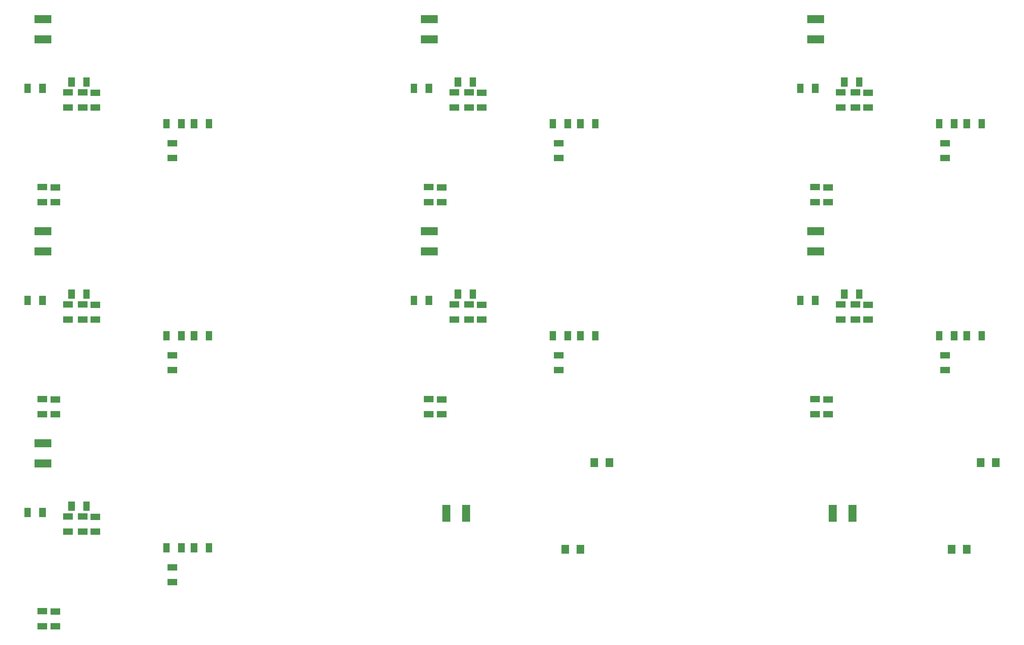
<source format=gbr>
G04 start of page 11 for group -4015 idx -4015 *
G04 Title: (unknown), toppaste *
G04 Creator: pcb 20091103 *
G04 CreationDate: Чтв 05 Янв 2012 09:41:11 UTC *
G04 For: aml *
G04 Format: Gerber/RS-274X *
G04 PCB-Dimensions: 948000 534000 *
G04 PCB-Coordinate-Origin: lower left *
%MOIN*%
%FSLAX25Y25*%
%LNFRONTPASTE*%
%ADD27R,0.0512X0.0512*%
%ADD28R,0.0630X0.0630*%
%ADD29R,0.0600X0.0600*%
G54D29*X854138Y94000D02*Y93000D01*
X866138Y94000D02*Y93000D01*
X877000Y162500D02*Y161500D01*
X889000Y162500D02*Y161500D01*
G54D28*X775500Y125586D02*Y118500D01*
X759752Y125586D02*Y118500D01*
G54D29*X548138Y94000D02*Y93000D01*
X560138Y94000D02*Y93000D01*
X571000Y162500D02*Y161500D01*
X583000Y162500D02*Y161500D01*
G54D28*X469500Y125586D02*Y118500D01*
X453752Y125586D02*Y118500D01*
G54D27*X265810Y95662D02*Y93300D01*
X254000Y95662D02*Y93300D01*
X153000Y107490D02*X155362D01*
X153000Y119300D02*X155362D01*
G54D28*X130914Y161552D02*X138000D01*
X130914Y177300D02*X138000D01*
G54D27*X122190Y123662D02*Y121300D01*
X134000Y123662D02*Y121300D01*
X157000Y128662D02*Y126300D01*
X168810Y128662D02*Y126300D01*
X235638Y67300D02*X238000D01*
X235638Y79110D02*X238000D01*
X164638Y107490D02*X167000D01*
X164638Y119300D02*X167000D01*
X174638Y107300D02*X177000D01*
X174638Y119110D02*X177000D01*
X244000Y95662D02*Y93300D01*
X232190Y95662D02*Y93300D01*
X132638Y44300D02*X135000D01*
X132638Y32490D02*X135000D01*
X143000Y44110D02*X145362D01*
X143000Y32300D02*X145362D01*
X877810Y263662D02*Y261300D01*
X866000Y263662D02*Y261300D01*
X765000Y275490D02*X767362D01*
X765000Y287300D02*X767362D01*
G54D28*X742914Y329552D02*X750000D01*
X742914Y345300D02*X750000D01*
G54D27*X734190Y291662D02*Y289300D01*
X746000Y291662D02*Y289300D01*
X769000Y296662D02*Y294300D01*
X780810Y296662D02*Y294300D01*
X847638Y235300D02*X850000D01*
X847638Y247110D02*X850000D01*
X776638Y275490D02*X779000D01*
X776638Y287300D02*X779000D01*
X786638Y275300D02*X789000D01*
X786638Y287110D02*X789000D01*
X856000Y263662D02*Y261300D01*
X844190Y263662D02*Y261300D01*
X744638Y212300D02*X747000D01*
X744638Y200490D02*X747000D01*
X755000Y212110D02*X757362D01*
X755000Y200300D02*X757362D01*
X571810Y263662D02*Y261300D01*
X560000Y263662D02*Y261300D01*
X459000Y275490D02*X461362D01*
X459000Y287300D02*X461362D01*
G54D28*X436914Y329552D02*X444000D01*
X436914Y345300D02*X444000D01*
G54D27*X428190Y291662D02*Y289300D01*
X440000Y291662D02*Y289300D01*
X463000Y296662D02*Y294300D01*
X474810Y296662D02*Y294300D01*
X541638Y235300D02*X544000D01*
X541638Y247110D02*X544000D01*
X470638Y275490D02*X473000D01*
X470638Y287300D02*X473000D01*
X480638Y275300D02*X483000D01*
X480638Y287110D02*X483000D01*
X550000Y263662D02*Y261300D01*
X538190Y263662D02*Y261300D01*
X438638Y212300D02*X441000D01*
X438638Y200490D02*X441000D01*
X449000Y212110D02*X451362D01*
X449000Y200300D02*X451362D01*
X265810Y263662D02*Y261300D01*
X254000Y263662D02*Y261300D01*
X153000Y275490D02*X155362D01*
X153000Y287300D02*X155362D01*
G54D28*X130914Y329552D02*X138000D01*
X130914Y345300D02*X138000D01*
G54D27*X122190Y291662D02*Y289300D01*
X134000Y291662D02*Y289300D01*
X157000Y296662D02*Y294300D01*
X168810Y296662D02*Y294300D01*
X235638Y235300D02*X238000D01*
X235638Y247110D02*X238000D01*
X164638Y275490D02*X167000D01*
X164638Y287300D02*X167000D01*
X174638Y275300D02*X177000D01*
X174638Y287110D02*X177000D01*
X244000Y263662D02*Y261300D01*
X232190Y263662D02*Y261300D01*
X132638Y212300D02*X135000D01*
X132638Y200490D02*X135000D01*
X143000Y212110D02*X145362D01*
X143000Y200300D02*X145362D01*
X877810Y431662D02*Y429300D01*
X866000Y431662D02*Y429300D01*
X765000Y443490D02*X767362D01*
X765000Y455300D02*X767362D01*
G54D28*X742914Y497552D02*X750000D01*
X742914Y513300D02*X750000D01*
G54D27*X734190Y459662D02*Y457300D01*
X746000Y459662D02*Y457300D01*
X769000Y464662D02*Y462300D01*
X780810Y464662D02*Y462300D01*
X847638Y403300D02*X850000D01*
X847638Y415110D02*X850000D01*
X776638Y443490D02*X779000D01*
X776638Y455300D02*X779000D01*
X786638Y443300D02*X789000D01*
X786638Y455110D02*X789000D01*
X856000Y431662D02*Y429300D01*
X844190Y431662D02*Y429300D01*
X744638Y380300D02*X747000D01*
X744638Y368490D02*X747000D01*
X755000Y380110D02*X757362D01*
X755000Y368300D02*X757362D01*
X571810Y431662D02*Y429300D01*
X560000Y431662D02*Y429300D01*
X459000Y443490D02*X461362D01*
X459000Y455300D02*X461362D01*
G54D28*X436914Y497552D02*X444000D01*
X436914Y513300D02*X444000D01*
G54D27*X428190Y459662D02*Y457300D01*
X440000Y459662D02*Y457300D01*
X463000Y464662D02*Y462300D01*
X474810Y464662D02*Y462300D01*
X541638Y403300D02*X544000D01*
X541638Y415110D02*X544000D01*
X470638Y443490D02*X473000D01*
X470638Y455300D02*X473000D01*
X480638Y443300D02*X483000D01*
X480638Y455110D02*X483000D01*
X550000Y431662D02*Y429300D01*
X538190Y431662D02*Y429300D01*
X438638Y380300D02*X441000D01*
X438638Y368490D02*X441000D01*
X449000Y380110D02*X451362D01*
X449000Y368300D02*X451362D01*
X265810Y431662D02*Y429300D01*
X254000Y431662D02*Y429300D01*
X153000Y443490D02*X155362D01*
X153000Y455300D02*X155362D01*
G54D28*X130914Y497552D02*X138000D01*
X130914Y513300D02*X138000D01*
G54D27*X122190Y459662D02*Y457300D01*
X134000Y459662D02*Y457300D01*
X157000Y464662D02*Y462300D01*
X168810Y464662D02*Y462300D01*
X235638Y403300D02*X238000D01*
X235638Y415110D02*X238000D01*
X164638Y443490D02*X167000D01*
X164638Y455300D02*X167000D01*
X174638Y443300D02*X177000D01*
X174638Y455110D02*X177000D01*
X244000Y431662D02*Y429300D01*
X232190Y431662D02*Y429300D01*
X132638Y380300D02*X135000D01*
X132638Y368490D02*X135000D01*
X143000Y380110D02*X145362D01*
X143000Y368300D02*X145362D01*
M02*

</source>
